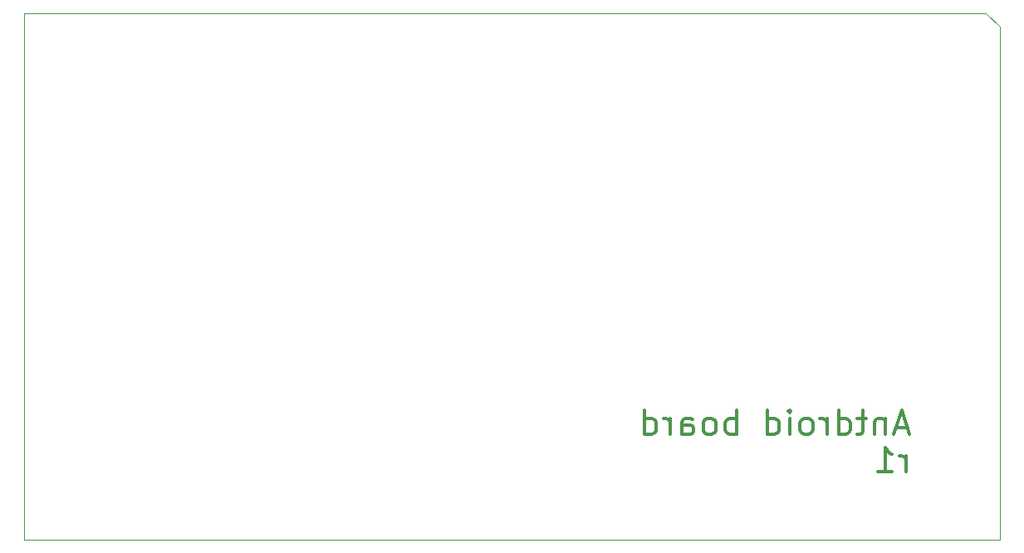
<source format=gbo>
G04 #@! TF.FileFunction,Legend,Bot*
%FSLAX46Y46*%
G04 Gerber Fmt 4.6, Leading zero omitted, Abs format (unit mm)*
G04 Created by KiCad (PCBNEW (2015-07-04 BZR 5884)-product) date Thu 01 Oct 2015 13:02:00 CEST*
%MOMM*%
G01*
G04 APERTURE LIST*
%ADD10C,0.050000*%
%ADD11C,0.300000*%
%ADD12C,0.010000*%
G04 APERTURE END LIST*
D10*
D11*
X90018930Y11450293D02*
X88828453Y11450293D01*
X90257025Y10736008D02*
X89423691Y13236008D01*
X88590358Y10736008D01*
X87757025Y12402674D02*
X87757025Y10736008D01*
X87757025Y12164579D02*
X87637977Y12283627D01*
X87399882Y12402674D01*
X87042739Y12402674D01*
X86804644Y12283627D01*
X86685596Y12045531D01*
X86685596Y10736008D01*
X85852263Y12402674D02*
X84899882Y12402674D01*
X85495120Y13236008D02*
X85495120Y11093150D01*
X85376072Y10855055D01*
X85137977Y10736008D01*
X84899882Y10736008D01*
X82995120Y10736008D02*
X82995120Y13236008D01*
X82995120Y10855055D02*
X83233216Y10736008D01*
X83709406Y10736008D01*
X83947501Y10855055D01*
X84066549Y10974103D01*
X84185597Y11212198D01*
X84185597Y11926484D01*
X84066549Y12164579D01*
X83947501Y12283627D01*
X83709406Y12402674D01*
X83233216Y12402674D01*
X82995120Y12283627D01*
X81804644Y10736008D02*
X81804644Y12402674D01*
X81804644Y11926484D02*
X81685596Y12164579D01*
X81566549Y12283627D01*
X81328453Y12402674D01*
X81090358Y12402674D01*
X79899882Y10736008D02*
X80137977Y10855055D01*
X80257025Y10974103D01*
X80376073Y11212198D01*
X80376073Y11926484D01*
X80257025Y12164579D01*
X80137977Y12283627D01*
X79899882Y12402674D01*
X79542739Y12402674D01*
X79304644Y12283627D01*
X79185596Y12164579D01*
X79066549Y11926484D01*
X79066549Y11212198D01*
X79185596Y10974103D01*
X79304644Y10855055D01*
X79542739Y10736008D01*
X79899882Y10736008D01*
X77995120Y10736008D02*
X77995120Y12402674D01*
X77995120Y13236008D02*
X78114168Y13116960D01*
X77995120Y12997912D01*
X77876072Y13116960D01*
X77995120Y13236008D01*
X77995120Y12997912D01*
X75733215Y10736008D02*
X75733215Y13236008D01*
X75733215Y10855055D02*
X75971311Y10736008D01*
X76447501Y10736008D01*
X76685596Y10855055D01*
X76804644Y10974103D01*
X76923692Y11212198D01*
X76923692Y11926484D01*
X76804644Y12164579D01*
X76685596Y12283627D01*
X76447501Y12402674D01*
X75971311Y12402674D01*
X75733215Y12283627D01*
X72637977Y10736008D02*
X72637977Y13236008D01*
X72637977Y12283627D02*
X72399882Y12402674D01*
X71923691Y12402674D01*
X71685596Y12283627D01*
X71566548Y12164579D01*
X71447501Y11926484D01*
X71447501Y11212198D01*
X71566548Y10974103D01*
X71685596Y10855055D01*
X71923691Y10736008D01*
X72399882Y10736008D01*
X72637977Y10855055D01*
X70018929Y10736008D02*
X70257024Y10855055D01*
X70376072Y10974103D01*
X70495120Y11212198D01*
X70495120Y11926484D01*
X70376072Y12164579D01*
X70257024Y12283627D01*
X70018929Y12402674D01*
X69661786Y12402674D01*
X69423691Y12283627D01*
X69304643Y12164579D01*
X69185596Y11926484D01*
X69185596Y11212198D01*
X69304643Y10974103D01*
X69423691Y10855055D01*
X69661786Y10736008D01*
X70018929Y10736008D01*
X67042738Y10736008D02*
X67042738Y12045531D01*
X67161786Y12283627D01*
X67399881Y12402674D01*
X67876072Y12402674D01*
X68114167Y12283627D01*
X67042738Y10855055D02*
X67280834Y10736008D01*
X67876072Y10736008D01*
X68114167Y10855055D01*
X68233215Y11093150D01*
X68233215Y11331246D01*
X68114167Y11569341D01*
X67876072Y11688389D01*
X67280834Y11688389D01*
X67042738Y11807436D01*
X65852262Y10736008D02*
X65852262Y12402674D01*
X65852262Y11926484D02*
X65733214Y12164579D01*
X65614167Y12283627D01*
X65376071Y12402674D01*
X65137976Y12402674D01*
X63233214Y10736008D02*
X63233214Y13236008D01*
X63233214Y10855055D02*
X63471310Y10736008D01*
X63947500Y10736008D01*
X64185595Y10855055D01*
X64304643Y10974103D01*
X64423691Y11212198D01*
X64423691Y11926484D01*
X64304643Y12164579D01*
X64185595Y12283627D01*
X63947500Y12402674D01*
X63471310Y12402674D01*
X63233214Y12283627D01*
X89899882Y6936008D02*
X89899882Y8602674D01*
X89899882Y8126484D02*
X89780834Y8364579D01*
X89661787Y8483627D01*
X89423691Y8602674D01*
X89185596Y8602674D01*
X87042739Y6936008D02*
X88471311Y6936008D01*
X87757025Y6936008D02*
X87757025Y9436008D01*
X87995120Y9078865D01*
X88233215Y8840770D01*
X88471311Y8721722D01*
D12*
X5080Y5080D02*
X99451160Y5080D01*
X5080Y53721000D02*
X5080Y5080D01*
X98054160Y53721000D02*
X5080Y53721000D01*
X99451160Y52324000D02*
X98054160Y53721000D01*
X99451160Y5080D02*
X99451160Y52324000D01*
M02*

</source>
